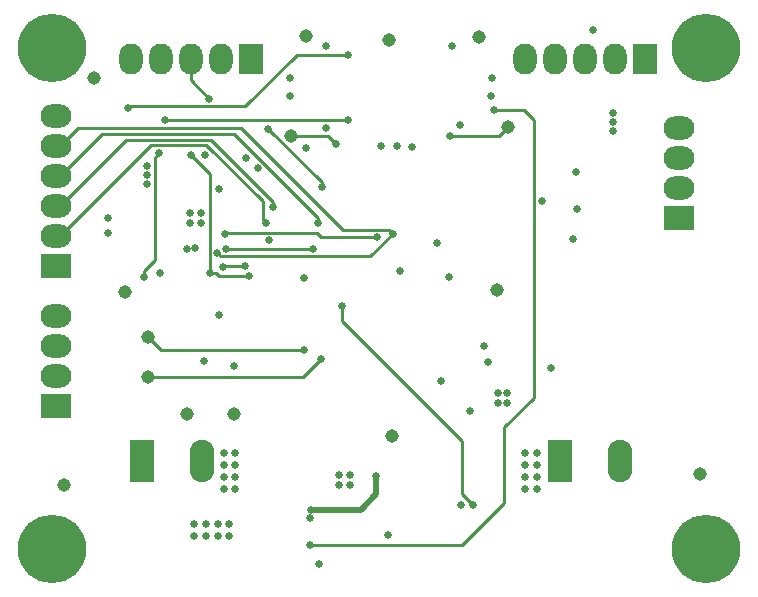
<source format=gbr>
G04 #@! TF.FileFunction,Copper,L4,Bot,Signal*
%FSLAX46Y46*%
G04 Gerber Fmt 4.6, Leading zero omitted, Abs format (unit mm)*
G04 Created by KiCad (PCBNEW 4.0.6) date 04/19/17 14:22:56*
%MOMM*%
%LPD*%
G01*
G04 APERTURE LIST*
%ADD10C,0.100000*%
%ADD11R,2.600000X2.000000*%
%ADD12O,2.600000X2.000000*%
%ADD13C,1.143000*%
%ADD14C,5.800000*%
%ADD15C,0.500000*%
%ADD16R,2.000000X2.600000*%
%ADD17O,2.000000X2.600000*%
%ADD18R,2.100000X3.600000*%
%ADD19O,2.100000X3.600000*%
%ADD20C,0.650000*%
%ADD21C,0.250000*%
%ADD22C,0.530000*%
G04 APERTURE END LIST*
D10*
D11*
X193600000Y-70590000D03*
D12*
X193600000Y-68050000D03*
X193600000Y-65510000D03*
X193600000Y-62970000D03*
D13*
X179057300Y-62890400D03*
X161975800Y-55118000D03*
D14*
X140500000Y-98550000D03*
D15*
X140500000Y-96264000D03*
X138214000Y-98550000D03*
X142100000Y-96950000D03*
X142786000Y-98550000D03*
X138900000Y-96950000D03*
X138900000Y-100150000D03*
X140500000Y-100836000D03*
X142100000Y-100150000D03*
D14*
X140500000Y-56200000D03*
D15*
X140500000Y-53914000D03*
X138214000Y-56200000D03*
X142100000Y-54600000D03*
X142786000Y-56200000D03*
X138900000Y-54600000D03*
X138900000Y-57800000D03*
X140500000Y-58486000D03*
X142100000Y-57800000D03*
D14*
X195830000Y-98550000D03*
D15*
X195830000Y-96264000D03*
X193544000Y-98550000D03*
X197430000Y-96950000D03*
X198116000Y-98550000D03*
X194230000Y-96950000D03*
X194230000Y-100150000D03*
X195830000Y-100836000D03*
X197430000Y-100150000D03*
D16*
X190677800Y-57124600D03*
D17*
X188137800Y-57124600D03*
X185597800Y-57124600D03*
X183057800Y-57124600D03*
X180517800Y-57124600D03*
D18*
X148070000Y-91180000D03*
D19*
X153150000Y-91180000D03*
D16*
X157325000Y-57124600D03*
D17*
X154785000Y-57124600D03*
X152245000Y-57124600D03*
X149705000Y-57124600D03*
X147165000Y-57124600D03*
D13*
X176657000Y-55270400D03*
X160675000Y-63625000D03*
X178180000Y-76690000D03*
X155850000Y-87200000D03*
X195300000Y-92250000D03*
X144070000Y-58720000D03*
X169000000Y-55475000D03*
X151910000Y-87200000D03*
X169230000Y-88990000D03*
X141525000Y-93150000D03*
X146660000Y-76820000D03*
X148600000Y-80600000D03*
X148600000Y-84000000D03*
D11*
X140820000Y-86520000D03*
D12*
X140820000Y-83980000D03*
X140820000Y-81440000D03*
X140820000Y-78900000D03*
D18*
X183500000Y-91180000D03*
D19*
X188580000Y-91180000D03*
D14*
X195830000Y-56200000D03*
D15*
X195830000Y-53914000D03*
X193544000Y-56200000D03*
X197430000Y-54600000D03*
X198116000Y-56200000D03*
X194230000Y-54600000D03*
X194230000Y-57800000D03*
X195830000Y-58486000D03*
X197430000Y-57800000D03*
D11*
X140830000Y-74650000D03*
D12*
X140830000Y-72110000D03*
X140830000Y-69570000D03*
X140830000Y-67030000D03*
X140830000Y-64490000D03*
X140830000Y-61950000D03*
D20*
X163120000Y-99880000D03*
X168960000Y-97400000D03*
X169925000Y-75025000D03*
X149610000Y-75220000D03*
X170925000Y-64550000D03*
X180500000Y-92500000D03*
X180500000Y-93500000D03*
X181500000Y-93500000D03*
X181500000Y-92500000D03*
X181500000Y-90500000D03*
X180500000Y-90500000D03*
X180500000Y-91500000D03*
X181500000Y-91500000D03*
X155000000Y-90500000D03*
X156000000Y-90500000D03*
X156000000Y-91500000D03*
X156000000Y-92500000D03*
X156000000Y-93500000D03*
X155000000Y-93500000D03*
X155000000Y-92500000D03*
X155000000Y-91500000D03*
X152500000Y-97500000D03*
X153500000Y-97500000D03*
X154500000Y-97500000D03*
X155500000Y-97500000D03*
X155500000Y-96500000D03*
X154500000Y-96500000D03*
X153500000Y-96500000D03*
X152500000Y-96500000D03*
X153385000Y-82715000D03*
X153460000Y-65240000D03*
X153084700Y-70125180D03*
X152184700Y-71025180D03*
X153084700Y-71025180D03*
X152184700Y-70125180D03*
X152621743Y-73103257D03*
X148500000Y-66200000D03*
X148500000Y-66925000D03*
X148500000Y-67650000D03*
X175050000Y-62725000D03*
X177650000Y-60200000D03*
X174100000Y-75525000D03*
X154584308Y-68147940D03*
X177358721Y-82764454D03*
X175100000Y-94850000D03*
X173425000Y-84325000D03*
X175850000Y-86900000D03*
X164787000Y-93184240D03*
X165687000Y-93184240D03*
X165687000Y-92284240D03*
X164787000Y-92284240D03*
X182700000Y-83250000D03*
X162000000Y-64650000D03*
X163709200Y-62950020D03*
X151875000Y-73150000D03*
X145250000Y-71875000D03*
X145250000Y-70575000D03*
X155850000Y-83100000D03*
X187960000Y-63182500D03*
X187960000Y-62420500D03*
X187960000Y-61658500D03*
X186258200Y-54610000D03*
X161778800Y-75618400D03*
X184567880Y-72314220D03*
X168357400Y-64493200D03*
X177730000Y-58702000D03*
X174301000Y-56009600D03*
X160661200Y-60200600D03*
X160610400Y-58702000D03*
X163633000Y-56035000D03*
X182002480Y-69164620D03*
X162350000Y-98275000D03*
X177925000Y-61425000D03*
X162350000Y-95950000D03*
X162375000Y-95250000D03*
X167900000Y-92375000D03*
X158848245Y-72454010D03*
X156940000Y-65510000D03*
X157903409Y-66337990D03*
X154610000Y-78800000D03*
X169650000Y-64450000D03*
X179000000Y-85400000D03*
X179000000Y-86200000D03*
X178200000Y-86200000D03*
X178200000Y-85400000D03*
X177075000Y-81425000D03*
X184859920Y-66702720D03*
X173056400Y-72697400D03*
X184923480Y-69825020D03*
X148250000Y-75530000D03*
X149550000Y-65100000D03*
X153880000Y-75190000D03*
X157147613Y-75461684D03*
X152275000Y-65250000D03*
X174175000Y-63625000D03*
X164515800Y-64262000D03*
X163325000Y-67925000D03*
X158775000Y-63000000D03*
X153775000Y-60450000D03*
X161850000Y-81720000D03*
X163230000Y-82490000D03*
X159175000Y-69675000D03*
X176100000Y-94900000D03*
X165000000Y-78000000D03*
X154437768Y-73498901D03*
X169350000Y-71910000D03*
X155175831Y-73180000D03*
X162530000Y-73180000D03*
X155119299Y-71900701D03*
X167950000Y-72200000D03*
X158625000Y-71025000D03*
X146875000Y-61250000D03*
X165550000Y-56725000D03*
X150000000Y-62300000D03*
X165550000Y-62275000D03*
X156850000Y-74620000D03*
X154990000Y-74700000D03*
X162960000Y-71000000D03*
D21*
X178775000Y-94700000D02*
X175200000Y-98275000D01*
X175200000Y-98275000D02*
X162350000Y-98275000D01*
X178775000Y-88289998D02*
X178775000Y-94700000D01*
X177925000Y-61425000D02*
X180400000Y-61425000D01*
X180400000Y-61425000D02*
X181250000Y-62275000D01*
X178775000Y-88289998D02*
X181250000Y-85814998D01*
X181250000Y-85814998D02*
X181250000Y-62275000D01*
D22*
X167900000Y-93950000D02*
X166600000Y-95250000D01*
X166600000Y-95250000D02*
X162375000Y-95250000D01*
X167900000Y-92375000D02*
X167900000Y-93950000D01*
D21*
X148250000Y-75530000D02*
X148250000Y-75070381D01*
X148250000Y-75070381D02*
X149200000Y-74120381D01*
X149200000Y-74120381D02*
X149200000Y-65450000D01*
X149200000Y-65450000D02*
X149550000Y-65100000D01*
X153880000Y-74730381D02*
X153880000Y-75190000D01*
X153833766Y-74684147D02*
X153880000Y-74730381D01*
X152275000Y-65250000D02*
X153833766Y-66808766D01*
X153833766Y-66808766D02*
X153833766Y-74684147D01*
X153880000Y-75190000D02*
X154339619Y-75190000D01*
X154339619Y-75190000D02*
X154611303Y-75461684D01*
X154611303Y-75461684D02*
X156687994Y-75461684D01*
X156687994Y-75461684D02*
X157147613Y-75461684D01*
X157075929Y-75390000D02*
X157147613Y-75461684D01*
X174175000Y-63625000D02*
X178322700Y-63625000D01*
X178322700Y-63625000D02*
X179057300Y-62890400D01*
X161483223Y-63625000D02*
X160675000Y-63625000D01*
X163878800Y-63625000D02*
X161483223Y-63625000D01*
X164515800Y-64262000D02*
X163878800Y-63625000D01*
X158775000Y-63000000D02*
X163325000Y-67550000D01*
X163325000Y-67550000D02*
X163325000Y-67925000D01*
X152245000Y-57124600D02*
X152245000Y-58920000D01*
X152245000Y-58920000D02*
X153775000Y-60450000D01*
X161850000Y-81720000D02*
X149720000Y-81720000D01*
X149720000Y-81720000D02*
X148600000Y-80600000D01*
X148600000Y-84000000D02*
X161720000Y-84000000D01*
X161720000Y-84000000D02*
X163230000Y-82490000D01*
X140830000Y-69570000D02*
X141130000Y-69570000D01*
X141130000Y-69570000D02*
X146765989Y-63934011D01*
X159175000Y-69215381D02*
X159175000Y-69675000D01*
X153893630Y-63934011D02*
X159175000Y-69215381D01*
X146765989Y-63934011D02*
X153893630Y-63934011D01*
X141117600Y-69469000D02*
X140817600Y-69469000D01*
X165000000Y-78000000D02*
X165000000Y-79275000D01*
X176100000Y-94900000D02*
X175150000Y-93950000D01*
X175150000Y-93950000D02*
X175150000Y-89425000D01*
X175150000Y-89425000D02*
X165000000Y-79275000D01*
X167436100Y-73823900D02*
X154762767Y-73823900D01*
X154762767Y-73823900D02*
X154437768Y-73498901D01*
X169350000Y-71910000D02*
X167436100Y-73823900D01*
X141130000Y-64490000D02*
X142694011Y-62925989D01*
X140830000Y-64490000D02*
X141130000Y-64490000D01*
X142694011Y-62925989D02*
X156450989Y-62925989D01*
X156450989Y-62925989D02*
X164735000Y-71210000D01*
X164735000Y-71210000D02*
X165075001Y-71550001D01*
X169350000Y-71910000D02*
X169025001Y-71585001D01*
X169025001Y-71585001D02*
X165110001Y-71585001D01*
X165110001Y-71585001D02*
X164735000Y-71210000D01*
X162530000Y-73180000D02*
X155175831Y-73180000D01*
X162924979Y-71850000D02*
X155170000Y-71850000D01*
X167950000Y-72200000D02*
X163274979Y-72200000D01*
X155170000Y-71850000D02*
X155119299Y-71900701D01*
X163274979Y-72200000D02*
X162924979Y-71850000D01*
X153550022Y-64400022D02*
X149290000Y-64400022D01*
X140830000Y-72110000D02*
X141130000Y-72110000D01*
X141130000Y-72110000D02*
X148839978Y-64400022D01*
X148839978Y-64400022D02*
X149290000Y-64400022D01*
X158300001Y-70700001D02*
X158300001Y-69150001D01*
X158300001Y-69150001D02*
X153550022Y-64400022D01*
X158625000Y-71025000D02*
X158300001Y-70700001D01*
X161175000Y-56725000D02*
X165550000Y-56725000D01*
X146875000Y-61250000D02*
X147000000Y-61125000D01*
X147000000Y-61125000D02*
X156775000Y-61125000D01*
X156775000Y-61125000D02*
X161175000Y-56725000D01*
X165550000Y-62275000D02*
X150025000Y-62275000D01*
X150025000Y-62275000D02*
X150000000Y-62300000D01*
X156850000Y-74620000D02*
X155070000Y-74620000D01*
X155070000Y-74620000D02*
X154990000Y-74700000D01*
X155849619Y-63430000D02*
X144730000Y-63430000D01*
X144730000Y-63430000D02*
X141130000Y-67030000D01*
X141130000Y-67030000D02*
X140830000Y-67030000D01*
X162960000Y-71000000D02*
X162960000Y-70540381D01*
X162960000Y-70540381D02*
X155849619Y-63430000D01*
M02*

</source>
